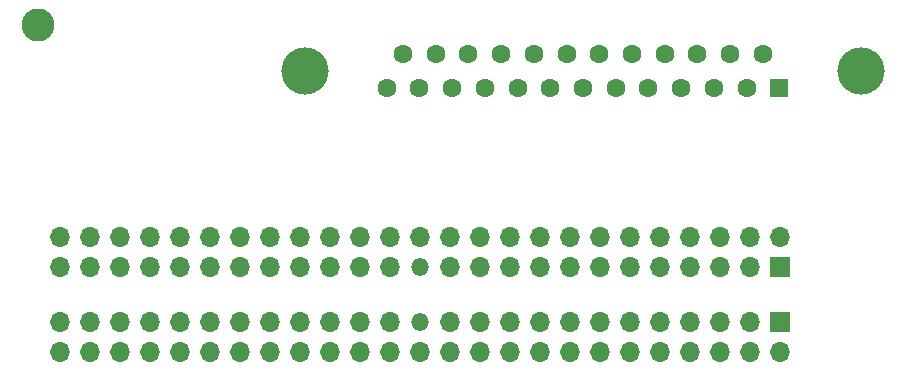
<source format=gbs>
G04 #@! TF.GenerationSoftware,KiCad,Pcbnew,(7.0.0-0)*
G04 #@! TF.CreationDate,2023-03-19T23:12:45+09:00*
G04 #@! TF.ProjectId,SCSIRIDER2TANDEM1,53435349-5249-4444-9552-3254414e4445,rev?*
G04 #@! TF.SameCoordinates,Original*
G04 #@! TF.FileFunction,Soldermask,Bot*
G04 #@! TF.FilePolarity,Negative*
%FSLAX46Y46*%
G04 Gerber Fmt 4.6, Leading zero omitted, Abs format (unit mm)*
G04 Created by KiCad (PCBNEW (7.0.0-0)) date 2023-03-19 23:12:45*
%MOMM*%
%LPD*%
G01*
G04 APERTURE LIST*
%ADD10O,1.700000X1.700000*%
%ADD11O,1.500000X1.500000*%
%ADD12R,1.700000X1.700000*%
%ADD13C,4.000000*%
%ADD14R,1.600000X1.600000*%
%ADD15C,1.600000*%
%ADD16C,2.800000*%
G04 APERTURE END LIST*
D10*
X109200002Y-133390002D03*
X109200002Y-130850002D03*
X111740002Y-133390002D03*
X111740002Y-130850002D03*
X114280002Y-133390002D03*
X114280002Y-130850002D03*
X116820002Y-133390002D03*
X116820002Y-130850002D03*
X119360002Y-133390002D03*
X119360002Y-130850002D03*
X121900002Y-133390002D03*
X121900002Y-130850002D03*
X124440002Y-133390002D03*
X124440002Y-130850002D03*
X126980002Y-133390002D03*
X126980002Y-130850002D03*
X129520002Y-133390002D03*
X129520002Y-130850002D03*
X132060002Y-133390002D03*
X132060002Y-130850002D03*
X134600002Y-133390002D03*
X134600002Y-130850002D03*
X137140002Y-133390002D03*
X137140002Y-130850002D03*
X139680002Y-133390002D03*
D11*
X139680002Y-130850002D03*
D10*
X142220002Y-133390002D03*
X142220002Y-130850002D03*
X144760002Y-133390002D03*
X144760002Y-130850002D03*
X147300002Y-133390002D03*
X147300002Y-130850002D03*
X149840002Y-133390002D03*
X149840002Y-130850002D03*
X152380002Y-133390002D03*
X152380002Y-130850002D03*
X154920002Y-133390002D03*
X154920002Y-130850002D03*
X157460002Y-133390002D03*
X157460002Y-130850002D03*
X160000002Y-133390002D03*
X160000002Y-130850002D03*
X162540002Y-133390002D03*
X162540002Y-130850002D03*
X165080002Y-133390002D03*
X165080002Y-130850002D03*
X167620002Y-133390002D03*
X167620002Y-130850002D03*
X170160002Y-133390002D03*
D12*
X170160002Y-130850002D03*
D13*
X177050000Y-109580000D03*
X129950000Y-109580000D03*
D14*
X170119999Y-110999999D03*
D15*
X167350000Y-111000000D03*
X164580000Y-111000000D03*
X161810000Y-111000000D03*
X159040000Y-111000000D03*
X156270000Y-111000000D03*
X153500000Y-111000000D03*
X150730000Y-111000000D03*
X147960000Y-111000000D03*
X145190000Y-111000000D03*
X142420000Y-111000000D03*
X139650000Y-111000000D03*
X136880000Y-111000000D03*
X168735000Y-108160000D03*
X165965000Y-108160000D03*
X163195000Y-108160000D03*
X160425000Y-108160000D03*
X157655000Y-108160000D03*
X154885000Y-108160000D03*
X152115000Y-108160000D03*
X149345000Y-108160000D03*
X146575000Y-108160000D03*
X143805000Y-108160000D03*
X141035000Y-108160000D03*
X138265000Y-108160000D03*
D16*
X107370003Y-105730003D03*
D12*
X170170002Y-126190002D03*
D10*
X170170002Y-123650002D03*
X167630002Y-126190002D03*
X167630002Y-123650002D03*
X165090002Y-126190002D03*
X165090002Y-123650002D03*
X162550002Y-126190002D03*
X162550002Y-123650002D03*
X160010002Y-126190002D03*
X160010002Y-123650002D03*
X157470002Y-126190002D03*
X157470002Y-123650002D03*
X154930002Y-126190002D03*
X154930002Y-123650002D03*
X152390002Y-126190002D03*
X152390002Y-123650002D03*
X149850002Y-126190002D03*
X149850002Y-123650002D03*
X147310002Y-126190002D03*
X147310002Y-123650002D03*
X144770002Y-126190002D03*
X144770002Y-123650002D03*
X142230002Y-126190002D03*
X142230002Y-123650002D03*
D11*
X139690002Y-126190002D03*
D10*
X139690002Y-123650002D03*
X137150002Y-126190002D03*
X137150002Y-123650002D03*
X134610002Y-126190002D03*
X134610002Y-123650002D03*
X132070002Y-126190002D03*
X132070002Y-123650002D03*
X129530002Y-126190002D03*
X129530002Y-123650002D03*
X126990002Y-126190002D03*
X126990002Y-123650002D03*
X124450002Y-126190002D03*
X124450002Y-123650002D03*
X121910002Y-126190002D03*
X121910002Y-123650002D03*
X119370002Y-126190002D03*
X119370002Y-123650002D03*
X116830002Y-126190002D03*
X116830002Y-123650002D03*
X114290002Y-126190002D03*
X114290002Y-123650002D03*
X111750002Y-126190002D03*
X111750002Y-123650002D03*
X109210002Y-126190002D03*
X109210002Y-123650002D03*
M02*

</source>
